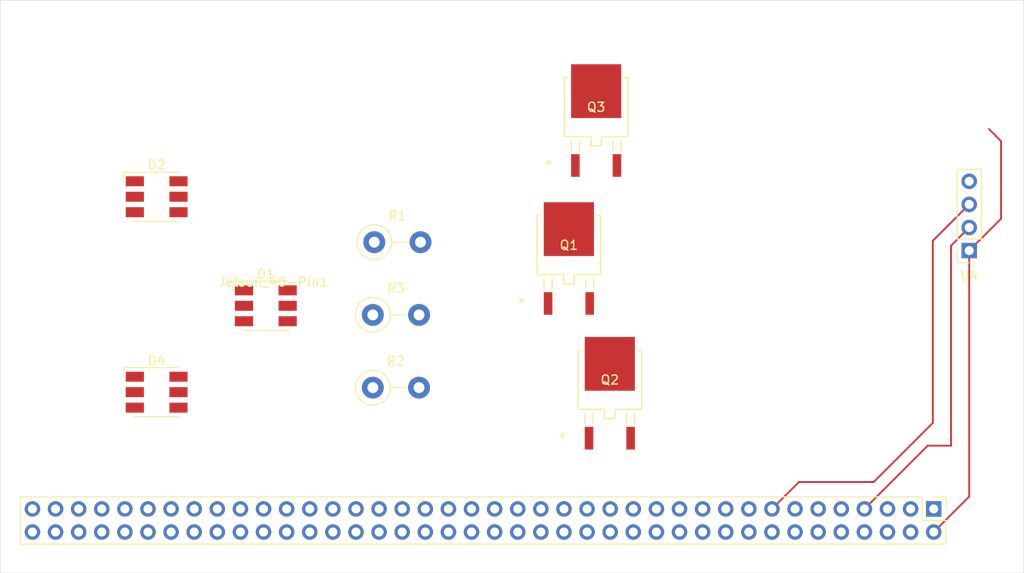
<source format=kicad_pcb>
(kicad_pcb (version 20240108) (generator "pcbnew") (generator_version "8.0")
  (title_block (title "Preliminary PCB layout") (date "2024-11-06") (rev "0") (company "Group 6"))
  (layers (0 "F.Cu" signal) (31 "B.Cu" signal) (34 "B.Paste" user) (35 "F.Paste" user) (36 "B.SilkS" user "B.Silkscreen") (37 "F.SilkS" user "F.Silkscreen") (38 "B.Mask" user) (39 "F.Mask" user) (44 "Edge.Cuts" user))
  (net 0 "")
  (net 1 "GND")
  (net 2 "Q3")
  (net 3 "Q2")
  (net 4 "Q1")
  (net 7 "Net-(Jetson_40-Pin1-GPIO11)")
  (net 11 "Net-(Jetson_40-Pin1-GPIO01)")
  (net 18 "/Ultrasonic Trigger")
  (net 26 "/5V")
  (net 36 "Net-(Jetson_40-Pin1-GPIO13)")
  (net 40 "Net-(Jetson_40-Pin1-GPIO12)")
  (net 44 "Net-(Q1-E)")
  (net 45 "Net-(Q2-E)")
  (net 46 "Net-(Q3-E)")
  (footprint "NSS1C301ET4G:DPAK-4_6P22X6P73_ONS" (layer "F.Cu") (at 108 64.44425)
    (property "Reference" "Q1" (at 0 0 0) (layer "F.SilkS"))
    (property "Value" "NSS1C301ET4G")
    (fp_line (start -3.4925 -3.2385) (end -3.4925 3.2385) (stroke (width 0.1524)) (layer "F.SilkS"))
    (fp_line (start -3.4925 3.2385) (end -0.5715 3.2385) (stroke (width 0.1524)) (layer "F.SilkS"))
    (fp_line (start -3.08864 -3.2385) (end -3.4925 -3.2385) (stroke (width 0.1524)) (layer "F.SilkS"))
    (fp_line (start -2.7305 3.7211) (end -2.7305 4.8133) (stroke (width 0.1524)) (layer "F.SilkS"))
    (fp_line (start -1.8415 3.7211) (end -1.8415 4.8133) (stroke (width 0.1524)) (layer "F.SilkS"))
    (fp_line (start -0.5715 3.2385) (end -0.5715 4.2545) (stroke (width 0.1524)) (layer "F.SilkS"))
    (fp_line (start -0.5715 4.2545) (end 0.5715 4.2545) (stroke (width 0.1524)) (layer "F.SilkS"))
    (fp_line (start 0.5715 3.2385) (end 3.4925 3.2385) (stroke (width 0.1524)) (layer "F.SilkS"))
    (fp_line (start 0.5715 4.2545) (end 0.5715 3.2385) (stroke (width 0.1524)) (layer "F.SilkS"))
    (fp_line (start 1.8415 3.7211) (end 1.8415 4.8133) (stroke (width 0.1524)) (layer "F.SilkS"))
    (fp_line (start 2.7305 3.7211) (end 2.7305 4.8133) (stroke (width 0.1524)) (layer "F.SilkS"))
    (fp_line (start 3.4925 -3.2385) (end 3.08864 -3.2385) (stroke (width 0.1524)) (layer "F.SilkS"))
    (fp_line (start 3.4925 3.2385) (end 3.4925 -3.2385) (stroke (width 0.1524)) (layer "F.SilkS"))
    (fp_text user "*" (at -5.207 6.4135 0) (layer "F.SilkS"))
    (fp_text user "*" (at -5.207 6.4135 0) (layer "F.SilkS"))
    (pad "1" smd rect (at -2.286 6.4135) (size 0.9398 2.4892) (layers "F.Cu" "F.Paste" "F.Mask") (net 36 "Net-(Jetson_40-Pin1-GPIO13)"))
    (pad "2" smd rect (at 2.286 6.4135) (size 0.9398 2.4892) (layers "F.Cu" "F.Paste" "F.Mask") (net 26 "/5V"))
    (pad "3" smd rect (at 0 -1.7653) (size 5.5118 5.9182) (layers "F.Cu" "F.Paste" "F.Mask") (net 44 "Net-(Q1-E)"))
  )
  (footprint "LED_SMD:LED_RGB_5050-6" (layer "F.Cu") (at 62.6921 59.1165)
    (property "Reference" "D2" (at 0 -3.5 360) (layer "F.SilkS"))
    (property "Value" "LED_RGB")
    (fp_line (start -3.6 -2.7) (end 2.5 -2.7) (stroke (width 0.12)) (layer "F.SilkS"))
    (fp_line (start -3.6 -1.6) (end -3.6 -2.7) (stroke (width 0.12)) (layer "F.SilkS"))
    (fp_line (start 2.5 2.7) (end -2.5 2.7) (stroke (width 0.12)) (layer "F.SilkS"))
    (pad "1" smd rect (at -2.4 -1.7 90) (size 1.1 2) (layers "F.Cu" "F.Paste" "F.Mask") (net 1 "GND"))
    (pad "2" smd rect (at -2.4 0 90) (size 1.1 2) (layers "F.Cu" "F.Paste" "F.Mask") (net 1 "GND"))
    (pad "3" smd rect (at -2.4 1.7 90) (size 1.1 2) (layers "F.Cu" "F.Paste" "F.Mask") (net 1 "GND"))
    (pad "4" smd rect (at 2.4 1.7 90) (size 1.1 2) (layers "F.Cu" "F.Paste" "F.Mask") (net 3 "Q2"))
    (pad "5" smd rect (at 2.4 0 90) (size 1.1 2) (layers "F.Cu" "F.Paste" "F.Mask") (net 4 "Q1"))
    (pad "6" smd rect (at 2.4 -1.7 90) (size 1.1 2) (layers "F.Cu" "F.Paste" "F.Mask") (net 2 "Q3"))
  )
  (footprint "Resistor_THT:R_Axial_DIN0411_L9.9mm_D3.6mm_P5.08mm_Vertical" (layer "F.Cu") (at 86.6121 64.1165)
    (property "Reference" "R1" (at 2.54 -2.92 0) (layer "F.SilkS"))
    (property "Value" "10")
    (fp_line (start 1.92 0) (end 3.58 0) (stroke (width 0.12)) (layer "F.SilkS"))
    (fp_circle (center 0 0) (end 1.92 0) (stroke (width 0.12)) (fill none) (layer "F.SilkS"))
    (pad "1" thru_hole circle (at 0 0) (size 2.4 2.4) (drill 1.2) (layers "*.Cu" "*.Mask") (net 2 "Q3"))
    (pad "2" thru_hole oval (at 5.08 0) (size 2.4 2.4) (drill 1.2) (layers "*.Cu" "*.Mask") (net 46 "Net-(Q3-E)"))
  )
  (footprint "NSS1C301ET4G:DPAK-4_6P22X6P73_ONS" (layer "F.Cu") (at 112.5 79.2653)
    (property "Reference" "Q2" (at 0 0 0) (layer "F.SilkS"))
    (property "Value" "NSS1C301ET4G")
    (fp_line (start -3.4925 -3.2385) (end -3.4925 3.2385) (stroke (width 0.1524)) (layer "F.SilkS"))
    (fp_line (start -3.4925 3.2385) (end -0.5715 3.2385) (stroke (width 0.1524)) (layer "F.SilkS"))
    (fp_line (start -3.08864 -3.2385) (end -3.4925 -3.2385) (stroke (width 0.1524)) (layer "F.SilkS"))
    (fp_line (start -2.7305 3.7211) (end -2.7305 4.8133) (stroke (width 0.1524)) (layer "F.SilkS"))
    (fp_line (start -1.8415 3.7211) (end -1.8415 4.8133) (stroke (width 0.1524)) (layer "F.SilkS"))
    (fp_line (start -0.5715 3.2385) (end -0.5715 4.2545) (stroke (width 0.1524)) (layer "F.SilkS"))
    (fp_line (start -0.5715 4.2545) (end 0.5715 4.2545) (stroke (width 0.1524)) (layer "F.SilkS"))
    (fp_line (start 0.5715 3.2385) (end 3.4925 3.2385) (stroke (width 0.1524)) (layer "F.SilkS"))
    (fp_line (start 0.5715 4.2545) (end 0.5715 3.2385) (stroke (width 0.1524)) (layer "F.SilkS"))
    (fp_line (start 1.8415 3.7211) (end 1.8415 4.8133) (stroke (width 0.1524)) (layer "F.SilkS"))
    (fp_line (start 2.7305 3.7211) (end 2.7305 4.8133) (stroke (width 0.1524)) (layer "F.SilkS"))
    (fp_line (start 3.4925 -3.2385) (end 3.08864 -3.2385) (stroke (width 0.1524)) (layer "F.SilkS"))
    (fp_line (start 3.4925 3.2385) (end 3.4925 -3.2385) (stroke (width 0.1524)) (layer "F.SilkS"))
    (fp_text user "*" (at -5.207 6.4135 0) (layer "F.SilkS"))
    (fp_text user "*" (at -5.207 6.4135 0) (layer "F.SilkS"))
    (pad "1" smd rect (at -2.286 6.4135) (size 0.9398 2.4892) (layers "F.Cu" "F.Paste" "F.Mask") (net 7 "Net-(Jetson_40-Pin1-GPIO11)"))
    (pad "2" smd rect (at 2.286 6.4135) (size 0.9398 2.4892) (layers "F.Cu" "F.Paste" "F.Mask") (net 26 "/5V"))
    (pad "3" smd rect (at 0 -1.7653) (size 5.5118 5.9182) (layers "F.Cu" "F.Paste" "F.Mask") (net 45 "Net-(Q2-E)"))
  )
  (footprint "LED_SMD:LED_RGB_5050-6" (layer "F.Cu") (at 62.6921 80.6165)
    (property "Reference" "D4" (at 0 -3.5 360) (layer "F.SilkS"))
    (property "Value" "LED_RGB")
    (fp_line (start -3.6 -2.7) (end 2.5 -2.7) (stroke (width 0.12)) (layer "F.SilkS"))
    (fp_line (start -3.6 -1.6) (end -3.6 -2.7) (stroke (width 0.12)) (layer "F.SilkS"))
    (fp_line (start 2.5 2.7) (end -2.5 2.7) (stroke (width 0.12)) (layer "F.SilkS"))
    (pad "1" smd rect (at -2.4 -1.7 90) (size 1.1 2) (layers "F.Cu" "F.Paste" "F.Mask") (net 1 "GND"))
    (pad "2" smd rect (at -2.4 0 90) (size 1.1 2) (layers "F.Cu" "F.Paste" "F.Mask") (net 1 "GND"))
    (pad "3" smd rect (at -2.4 1.7 90) (size 1.1 2) (layers "F.Cu" "F.Paste" "F.Mask") (net 1 "GND"))
    (pad "4" smd rect (at 2.4 1.7 90) (size 1.1 2) (layers "F.Cu" "F.Paste" "F.Mask") (net 3 "Q2"))
    (pad "5" smd rect (at 2.4 0 90) (size 1.1 2) (layers "F.Cu" "F.Paste" "F.Mask") (net 4 "Q1"))
    (pad "6" smd rect (at 2.4 -1.7 90) (size 1.1 2) (layers "F.Cu" "F.Paste" "F.Mask") (net 2 "Q3"))
  )
  (footprint "Resistor_THT:R_Axial_DIN0411_L9.9mm_D3.6mm_P5.08mm_Vertical" (layer "F.Cu") (at 86.4521 80.1165)
    (property "Reference" "R2" (at 2.54 -2.92 0) (layer "F.SilkS"))
    (property "Value" "10")
    (fp_line (start 1.92 0) (end 3.58 0) (stroke (width 0.12)) (layer "F.SilkS"))
    (fp_circle (center 0 0) (end 1.92 0) (stroke (width 0.12)) (fill none) (layer "F.SilkS"))
    (pad "1" thru_hole circle (at 0 0) (size 2.4 2.4) (drill 1.2) (layers "*.Cu" "*.Mask") (net 3 "Q2"))
    (pad "2" thru_hole oval (at 5.08 0) (size 2.4 2.4) (drill 1.2) (layers "*.Cu" "*.Mask") (net 45 "Net-(Q2-E)"))
  )
  (footprint "Resistor_THT:R_Axial_DIN0411_L9.9mm_D3.6mm_P5.08mm_Vertical" (layer "F.Cu") (at 86.4521 72.1165)
    (property "Reference" "R3" (at 2.54 -2.92 0) (layer "F.SilkS"))
    (property "Value" "10")
    (fp_line (start 1.92 0) (end 3.58 0) (stroke (width 0.12)) (layer "F.SilkS"))
    (fp_circle (center 0 0) (end 1.92 0) (stroke (width 0.12)) (fill none) (layer "F.SilkS"))
    (pad "1" thru_hole circle (at 0 0) (size 2.4 2.4) (drill 1.2) (layers "*.Cu" "*.Mask") (net 4 "Q1"))
    (pad "2" thru_hole oval (at 5.08 0) (size 2.4 2.4) (drill 1.2) (layers "*.Cu" "*.Mask") (net 44 "Net-(Q1-E)"))
  )
  (footprint "Connector_PinSocket_2.54mm:PinSocket_1x04_P2.54mm_Vertical" (layer "F.Cu") (at 152 65.04 180)
    (property "Reference" "U4" (at 0 -2.77 0) (layer "F.SilkS"))
    (property "Value" "HC-SR04")
    (fp_line (start 1.33 1.27) (end 1.33 8.95) (stroke (width 0.12)) (layer "F.SilkS"))
    (fp_line (start 1.33 -1.33) (end 1.33 0) (stroke (width 0.12)) (layer "F.SilkS"))
    (fp_line (start 0 -1.33) (end 1.33 -1.33) (stroke (width 0.12)) (layer "F.SilkS"))
    (fp_line (start -1.33 8.95) (end 1.33 8.95) (stroke (width 0.12)) (layer "F.SilkS"))
    (fp_line (start -1.33 1.27) (end 1.33 1.27) (stroke (width 0.12)) (layer "F.SilkS"))
    (fp_line (start -1.33 1.27) (end -1.33 8.95) (stroke (width 0.12)) (layer "F.SilkS"))
    (pad "1" thru_hole rect (at 0 0 180) (size 1.7 1.7) (drill 1) (layers "*.Cu" "*.Mask") (net 26 "/5V"))
    (pad "2" thru_hole oval (at 0 2.54 180) (size 1.7 1.7) (drill 1) (layers "*.Cu" "*.Mask") (net 18 "/Ultrasonic Trigger"))
    (pad "3" thru_hole oval (at 0 5.08 180) (size 1.7 1.7) (drill 1) (layers "*.Cu" "*.Mask") (net 40 "Net-(Jetson_40-Pin1-GPIO12)"))
    (pad "4" thru_hole oval (at 0 7.62 180) (size 1.7 1.7) (drill 1) (layers "*.Cu" "*.Mask") (net 1 "GND"))
  )
  (footprint "NSS1C301ET4G:DPAK-4_6P22X6P73_ONS" (layer "F.Cu") (at 111 49.2653)
    (property "Reference" "Q3" (at 0 0 0) (layer "F.SilkS"))
    (property "Value" "NSS1C301ET4G")
    (fp_line (start -3.4925 -3.2385) (end -3.4925 3.2385) (stroke (width 0.1524)) (layer "F.SilkS"))
    (fp_line (start -3.4925 3.2385) (end -0.5715 3.2385) (stroke (width 0.1524)) (layer "F.SilkS"))
    (fp_line (start -3.08864 -3.2385) (end -3.4925 -3.2385) (stroke (width 0.1524)) (layer "F.SilkS"))
    (fp_line (start -2.7305 3.7211) (end -2.7305 4.8133) (stroke (width 0.1524)) (layer "F.SilkS"))
    (fp_line (start -1.8415 3.7211) (end -1.8415 4.8133) (stroke (width 0.1524)) (layer "F.SilkS"))
    (fp_line (start -0.5715 3.2385) (end -0.5715 4.2545) (stroke (width 0.1524)) (layer "F.SilkS"))
    (fp_line (start -0.5715 4.2545) (end 0.5715 4.2545) (stroke (width 0.1524)) (layer "F.SilkS"))
    (fp_line (start 0.5715 3.2385) (end 3.4925 3.2385) (stroke (width 0.1524)) (layer "F.SilkS"))
    (fp_line (start 0.5715 4.2545) (end 0.5715 3.2385) (stroke (width 0.1524)) (layer "F.SilkS"))
    (fp_line (start 1.8415 3.7211) (end 1.8415 4.8133) (stroke (width 0.1524)) (layer "F.SilkS"))
    (fp_line (start 2.7305 3.7211) (end 2.7305 4.8133) (stroke (width 0.1524)) (layer "F.SilkS"))
    (fp_line (start 3.4925 -3.2385) (end 3.08864 -3.2385) (stroke (width 0.1524)) (layer "F.SilkS"))
    (fp_line (start 3.4925 3.2385) (end 3.4925 -3.2385) (stroke (width 0.1524)) (layer "F.SilkS"))
    (fp_text user "*" (at -5.207 6.4135 0) (layer "F.SilkS"))
    (fp_text user "*" (at -5.207 6.4135 0) (layer "F.SilkS"))
    (pad "1" smd rect (at -2.286 6.4135) (size 0.9398 2.4892) (layers "F.Cu" "F.Paste" "F.Mask") (net 11 "Net-(Jetson_40-Pin1-GPIO01)"))
    (pad "2" smd rect (at 2.286 6.4135) (size 0.9398 2.4892) (layers "F.Cu" "F.Paste" "F.Mask") (net 26 "/5V"))
    (pad "3" smd rect (at 0 -1.7653) (size 5.5118 5.9182) (layers "F.Cu" "F.Paste" "F.Mask") (net 46 "Net-(Q3-E)"))
  )
  (footprint "Connector_PinHeader_2.54mm:PinHeader_2x40_P2.54mm_Vertical" (layer "F.Cu") (at 148.1 93.46 -90)
    (property "Reference" "Jetson_40-Pin1" (at -24.96 72.6 180) (layer "F.SilkS"))
    (property "Value" "~")
    (fp_line (start -1.33 100.39) (end 3.87 100.39) (stroke (width 0.12)) (layer "F.SilkS"))
    (fp_line (start -1.33 1.27) (end -1.33 100.39) (stroke (width 0.12)) (layer "F.SilkS"))
    (fp_line (start -1.33 1.27) (end 1.27 1.27) (stroke (width 0.12)) (layer "F.SilkS"))
    (fp_line (start 1.27 1.27) (end 1.27 -1.33) (stroke (width 0.12)) (layer "F.SilkS"))
    (fp_line (start -1.33 0) (end -1.33 -1.33) (stroke (width 0.12)) (layer "F.SilkS"))
    (fp_line (start -1.33 -1.33) (end 0 -1.33) (stroke (width 0.12)) (layer "F.SilkS"))
    (fp_line (start 1.27 -1.33) (end 3.87 -1.33) (stroke (width 0.12)) (layer "F.SilkS"))
    (fp_line (start 3.87 -1.33) (end 3.87 100.39) (stroke (width 0.12)) (layer "F.SilkS"))
    (pad "1" thru_hole rect (at 0 0 270) (size 1.7 1.7) (drill 1) (layers "*.Cu" "*.Mask"))
    (pad "2" thru_hole oval (at 2.54 0 270) (size 1.7 1.7) (drill 1) (layers "*.Cu" "*.Mask") (net 26 "/5V"))
    (pad "3" thru_hole oval (at 0 2.54 270) (size 1.7 1.7) (drill 1) (layers "*.Cu" "*.Mask"))
    (pad "4" thru_hole oval (at 2.54 2.54 270) (size 1.7 1.7) (drill 1) (layers "*.Cu" "*.Mask"))
    (pad "5" thru_hole oval (at 0 5.08 270) (size 1.7 1.7) (drill 1) (layers "*.Cu" "*.Mask"))
    (pad "6" thru_hole oval (at 2.54 5.08 270) (size 1.7 1.7) (drill 1) (layers "*.Cu" "*.Mask"))
    (pad "7" thru_hole oval (at 0 7.62 270) (size 1.7 1.7) (drill 1) (layers "*.Cu" "*.Mask") (net 18 "/Ultrasonic Trigger"))
    (pad "8" thru_hole oval (at 2.54 7.62 270) (size 1.7 1.7) (drill 1) (layers "*.Cu" "*.Mask"))
    (pad "9" thru_hole oval (at 0 10.16 270) (size 1.7 1.7) (drill 1) (layers "*.Cu" "*.Mask"))
    (pad "10" thru_hole oval (at 2.54 10.16 270) (size 1.7 1.7) (drill 1) (layers "*.Cu" "*.Mask"))
    (pad "11" thru_hole oval (at 0 12.7 270) (size 1.7 1.7) (drill 1) (layers "*.Cu" "*.Mask"))
    (pad "12" thru_hole oval (at 2.54 12.7 270) (size 1.7 1.7) (drill 1) (layers "*.Cu" "*.Mask"))
    (pad "13" thru_hole oval (at 0 15.24 270) (size 1.7 1.7) (drill 1) (layers "*.Cu" "*.Mask"))
    (pad "14" thru_hole oval (at 2.54 15.24 270) (size 1.7 1.7) (drill 1) (layers "*.Cu" "*.Mask"))
    (pad "15" thru_hole oval (at 0 17.78 270) (size 1.7 1.7) (drill 1) (layers "*.Cu" "*.Mask") (net 40 "Net-(Jetson_40-Pin1-GPIO12)"))
    (pad "16" thru_hole oval (at 2.54 17.78 270) (size 1.7 1.7) (drill 1) (layers "*.Cu" "*.Mask"))
    (pad "17" thru_hole oval (at 0 20.32 270) (size 1.7 1.7) (drill 1) (layers "*.Cu" "*.Mask"))
    (pad "18" thru_hole oval (at 2.54 20.32 270) (size 1.7 1.7) (drill 1) (layers "*.Cu" "*.Mask"))
    (pad "19" thru_hole oval (at 0 22.86 270) (size 1.7 1.7) (drill 1) (layers "*.Cu" "*.Mask"))
    (pad "20" thru_hole oval (at 2.54 22.86 270) (size 1.7 1.7) (drill 1) (layers "*.Cu" "*.Mask"))
    (pad "21" thru_hole oval (at 0 25.4 270) (size 1.7 1.7) (drill 1) (layers "*.Cu" "*.Mask"))
    (pad "22" thru_hole oval (at 2.54 25.4 270) (size 1.7 1.7) (drill 1) (layers "*.Cu" "*.Mask"))
    (pad "23" thru_hole oval (at 0 27.94 270) (size 1.7 1.7) (drill 1) (layers "*.Cu" "*.Mask"))
    (pad "24" thru_hole oval (at 2.54 27.94 270) (size 1.7 1.7) (drill 1) (layers "*.Cu" "*.Mask"))
    (pad "25" thru_hole oval (at 0 30.48 270) (size 1.7 1.7) (drill 1) (layers "*.Cu" "*.Mask"))
    (pad "26" thru_hole oval (at 2.54 30.48 270) (size 1.7 1.7) (drill 1) (layers "*.Cu" "*.Mask"))
    (pad "27" thru_hole oval (at 0 33.02 270) (size 1.7 1.7) (drill 1) (layers "*.Cu" "*.Mask"))
    (pad "28" thru_hole oval (at 2.54 33.02 270) (size 1.7 1.7) (drill 1) (layers "*.Cu" "*.Mask"))
    (pad "29" thru_hole oval (at 0 35.56 270) (size 1.7 1.7) (drill 1) (layers "*.Cu" "*.Mask") (net 11 "Net-(Jetson_40-Pin1-GPIO01)"))
    (pad "30" thru_hole oval (at 2.54 35.56 270) (size 1.7 1.7) (drill 1) (layers "*.Cu" "*.Mask"))
    (pad "31" thru_hole oval (at 0 38.1 270) (size 1.7 1.7) (drill 1) (layers "*.Cu" "*.Mask") (net 7 "Net-(Jetson_40-Pin1-GPIO11)"))
    (pad "32" thru_hole oval (at 2.54 38.1 270) (size 1.7 1.7) (drill 1) (layers "*.Cu" "*.Mask"))
    (pad "33" thru_hole oval (at 0 40.64 270) (size 1.7 1.7) (drill 1) (layers "*.Cu" "*.Mask") (net 36 "Net-(Jetson_40-Pin1-GPIO13)"))
    (pad "34" thru_hole oval (at 2.54 40.64 270) (size 1.7 1.7) (drill 1) (layers "*.Cu" "*.Mask"))
    (pad "35" thru_hole oval (at 0 43.18 270) (size 1.7 1.7) (drill 1) (layers "*.Cu" "*.Mask"))
    (pad "36" thru_hole oval (at 2.54 43.18 270) (size 1.7 1.7) (drill 1) (layers "*.Cu" "*.Mask"))
    (pad "37" thru_hole oval (at 0 45.72 270) (size 1.7 1.7) (drill 1) (layers "*.Cu" "*.Mask"))
    (pad "38" thru_hole oval (at 2.54 45.72 270) (size 1.7 1.7) (drill 1) (layers "*.Cu" "*.Mask"))
    (pad "39" thru_hole oval (at 0 48.26 270) (size 1.7 1.7) (drill 1) (layers "*.Cu" "*.Mask") (net 1 "GND"))
    (pad "40" thru_hole oval (at 2.54 48.26 270) (size 1.7 1.7) (drill 1) (layers "*.Cu" "*.Mask"))
    (pad "41" thru_hole oval (at 0 50.8 270) (size 1.7 1.7) (drill 1) (layers "*.Cu" "*.Mask"))
    (pad "42" thru_hole oval (at 2.54 50.8 270) (size 1.7 1.7) (drill 1) (layers "*.Cu" "*.Mask"))
    (pad "43" thru_hole oval (at 0 53.34 270) (size 1.7 1.7) (drill 1) (layers "*.Cu" "*.Mask"))
    (pad "44" thru_hole oval (at 2.54 53.34 270) (size 1.7 1.7) (drill 1) (layers "*.Cu" "*.Mask"))
    (pad "45" thru_hole oval (at 0 55.88 270) (size 1.7 1.7) (drill 1) (layers "*.Cu" "*.Mask"))
    (pad "46" thru_hole oval (at 2.54 55.88 270) (size 1.7 1.7) (drill 1) (layers "*.Cu" "*.Mask"))
    (pad "47" thru_hole oval (at 0 58.42 270) (size 1.7 1.7) (drill 1) (layers "*.Cu" "*.Mask"))
    (pad "48" thru_hole oval (at 2.54 58.42 270) (size 1.7 1.7) (drill 1) (layers "*.Cu" "*.Mask"))
    (pad "49" thru_hole oval (at 0 60.96 270) (size 1.7 1.7) (drill 1) (layers "*.Cu" "*.Mask"))
    (pad "50" thru_hole oval (at 2.54 60.96 270) (size 1.7 1.7) (drill 1) (layers "*.Cu" "*.Mask"))
    (pad "51" thru_hole oval (at 0 63.5 270) (size 1.7 1.7) (drill 1) (layers "*.Cu" "*.Mask"))
    (pad "52" thru_hole oval (at 2.54 63.5 270) (size 1.7 1.7) (drill 1) (layers "*.Cu" "*.Mask"))
    (pad "53" thru_hole oval (at 0 66.04 270) (size 1.7 1.7) (drill 1) (layers "*.Cu" "*.Mask"))
    (pad "54" thru_hole oval (at 2.54 66.04 270) (size 1.7 1.7) (drill 1) (layers "*.Cu" "*.Mask"))
    (pad "55" thru_hole oval (at 0 68.58 270) (size 1.7 1.7) (drill 1) (layers "*.Cu" "*.Mask"))
    (pad "56" thru_hole oval (at 2.54 68.58 270) (size 1.7 1.7) (drill 1) (layers "*.Cu" "*.Mask"))
    (pad "57" thru_hole oval (at 0 71.12 270) (size 1.7 1.7) (drill 1) (layers "*.Cu" "*.Mask"))
    (pad "58" thru_hole oval (at 2.54 71.12 270) (size 1.7 1.7) (drill 1) (layers "*.Cu" "*.Mask"))
    (pad "59" thru_hole oval (at 0 73.66 270) (size 1.7 1.7) (drill 1) (layers "*.Cu" "*.Mask"))
    (pad "60" thru_hole oval (at 2.54 73.66 270) (size 1.7 1.7) (drill 1) (layers "*.Cu" "*.Mask"))
    (pad "61" thru_hole oval (at 0 76.2 270) (size 1.7 1.7) (drill 1) (layers "*.Cu" "*.Mask"))
    (pad "62" thru_hole oval (at 2.54 76.2 270) (size 1.7 1.7) (drill 1) (layers "*.Cu" "*.Mask"))
    (pad "63" thru_hole oval (at 0 78.74 270) (size 1.7 1.7) (drill 1) (layers "*.Cu" "*.Mask"))
    (pad "64" thru_hole oval (at 2.54 78.74 270) (size 1.7 1.7) (drill 1) (layers "*.Cu" "*.Mask"))
    (pad "65" thru_hole oval (at 0 81.28 270) (size 1.7 1.7) (drill 1) (layers "*.Cu" "*.Mask"))
    (pad "66" thru_hole oval (at 2.54 81.28 270) (size 1.7 1.7) (drill 1) (layers "*.Cu" "*.Mask"))
    (pad "67" thru_hole oval (at 0 83.82 270) (size 1.7 1.7) (drill 1) (layers "*.Cu" "*.Mask"))
    (pad "68" thru_hole oval (at 2.54 83.82 270) (size 1.7 1.7) (drill 1) (layers "*.Cu" "*.Mask"))
    (pad "69" thru_hole oval (at 0 86.36 270) (size 1.7 1.7) (drill 1) (layers "*.Cu" "*.Mask"))
    (pad "70" thru_hole oval (at 2.54 86.36 270) (size 1.7 1.7) (drill 1) (layers "*.Cu" "*.Mask"))
    (pad "71" thru_hole oval (at 0 88.9 270) (size 1.7 1.7) (drill 1) (layers "*.Cu" "*.Mask"))
    (pad "72" thru_hole oval (at 2.54 88.9 270) (size 1.7 1.7) (drill 1) (layers "*.Cu" "*.Mask"))
    (pad "73" thru_hole oval (at 0 91.44 270) (size 1.7 1.7) (drill 1) (layers "*.Cu" "*.Mask"))
    (pad "74" thru_hole oval (at 2.54 91.44 270) (size 1.7 1.7) (drill 1) (layers "*.Cu" "*.Mask"))
    (pad "75" thru_hole oval (at 0 93.98 270) (size 1.7 1.7) (drill 1) (layers "*.Cu" "*.Mask"))
    (pad "76" thru_hole oval (at 2.54 93.98 270) (size 1.7 1.7) (drill 1) (layers "*.Cu" "*.Mask"))
    (pad "77" thru_hole oval (at 0 96.52 270) (size 1.7 1.7) (drill 1) (layers "*.Cu" "*.Mask"))
    (pad "78" thru_hole oval (at 2.54 96.52 270) (size 1.7 1.7) (drill 1) (layers "*.Cu" "*.Mask"))
    (pad "79" thru_hole oval (at 0 99.06 270) (size 1.7 1.7) (drill 1) (layers "*.Cu" "*.Mask"))
    (pad "80" thru_hole oval (at 2.54 99.06 270) (size 1.7 1.7) (drill 1) (layers "*.Cu" "*.Mask"))
  )
  (footprint "LED_SMD:LED_RGB_5050-6" (layer "F.Cu") (at 74.6921 71.1165)
    (property "Reference" "D1" (at 0 -3.5 360) (layer "F.SilkS"))
    (property "Value" "LED_RGB")
    (fp_line (start -3.6 -2.7) (end 2.5 -2.7) (stroke (width 0.12)) (layer "F.SilkS"))
    (fp_line (start -3.6 -1.6) (end -3.6 -2.7) (stroke (width 0.12)) (layer "F.SilkS"))
    (fp_line (start 2.5 2.7) (end -2.5 2.7) (stroke (width 0.12)) (layer "F.SilkS"))
    (pad "1" smd rect (at -2.4 -1.7 90) (size 1.1 2) (layers "F.Cu" "F.Paste" "F.Mask") (net 1 "GND"))
    (pad "2" smd rect (at -2.4 0 90) (size 1.1 2) (layers "F.Cu" "F.Paste" "F.Mask") (net 1 "GND"))
    (pad "3" smd rect (at -2.4 1.7 90) (size 1.1 2) (layers "F.Cu" "F.Paste" "F.Mask") (net 1 "GND"))
    (pad "4" smd rect (at 2.4 1.7 90) (size 1.1 2) (layers "F.Cu" "F.Paste" "F.Mask") (net 3 "Q2"))
    (pad "5" smd rect (at 2.4 0 90) (size 1.1 2) (layers "F.Cu" "F.Paste" "F.Mask") (net 4 "Q1"))
    (pad "6" smd rect (at 2.4 -1.7 90) (size 1.1 2) (layers "F.Cu" "F.Paste" "F.Mask") (net 2 "Q3"))
  )
  (gr_rect (start 45.5 37.5) (end 158 100.5) (stroke (width 0.05)) (fill none) (layer "Edge.Cuts"))
  (segment (start 147.44 86.5) (end 140.48 93.46) (width 0.2) (layer "F.Cu") (net 18))
  (segment (start 150 64.5) (end 150 86.5) (width 0.2) (layer "F.Cu") (net 18))
  (segment (start 152 62.5) (end 150 64.5) (width 0.2) (layer "F.Cu") (net 18))
  (segment (start 150 86.5) (end 147.44 86.5) (width 0.2) (layer "F.Cu") (net 18))
  (segment (start 152 65.04) (end 152 92.1) (width 0.2) (layer "F.Cu") (net 26))
  (segment (start 152 92.1) (end 148.1 96) (width 0.2) (layer "F.Cu") (net 26))
  (segment (start 152 65.04) (end 155.5 61.54) (width 0.2) (layer "F.Cu") (net 26))
  (segment (start 155.5 53) (end 154.1788 51.6788) (width 0.2) (layer "F.Cu") (net 26))
  (segment (start 155.5 61.54) (end 155.5 53) (width 0.2) (layer "F.Cu") (net 26))
  (segment (start 148 84) (end 141.5 90.5) (width 0.2) (layer "F.Cu") (net 40))
  (segment (start 148 63.96) (end 148 84) (width 0.2) (layer "F.Cu") (net 40))
  (segment (start 133.28 90.5) (end 130.32 93.46) (width 0.2) (layer "F.Cu") (net 40))
  (segment (start 141.5 90.5) (end 133.28 90.5) (width 0.2) (layer "F.Cu") (net 40))
  (segment (start 152 59.96) (end 148 63.96) (width 0.2) (layer "F.Cu") (net 40))
)
</source>
